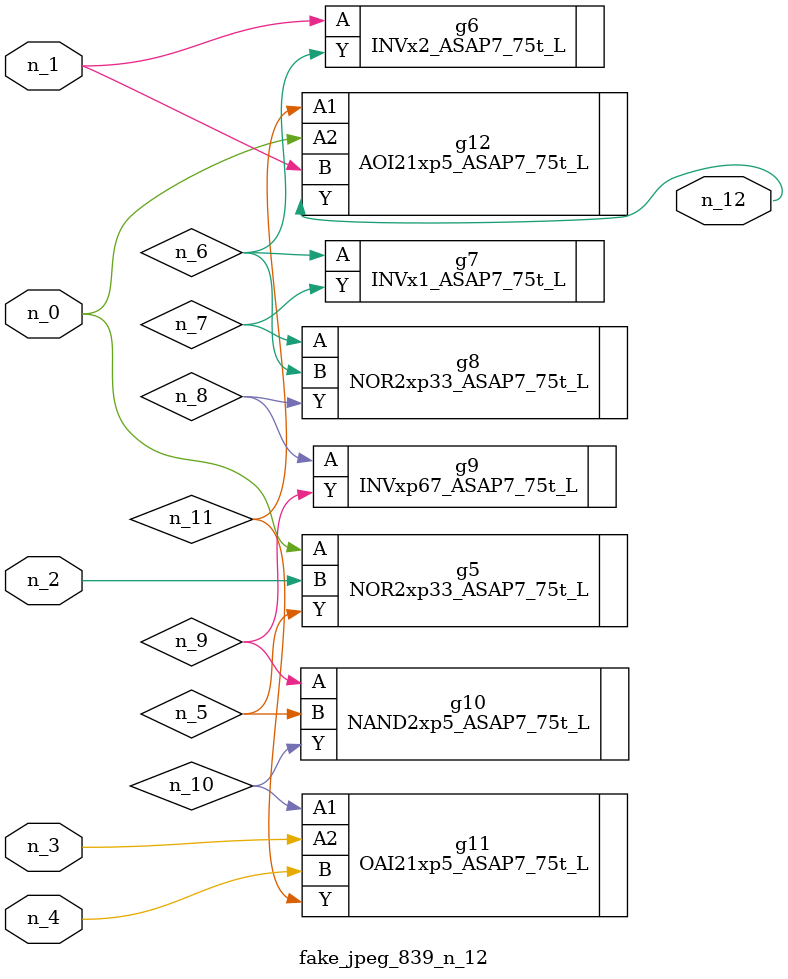
<source format=v>
module fake_jpeg_839_n_12 (n_3, n_2, n_1, n_0, n_4, n_12);

input n_3;
input n_2;
input n_1;
input n_0;
input n_4;

output n_12;

wire n_11;
wire n_10;
wire n_8;
wire n_9;
wire n_6;
wire n_5;
wire n_7;

NOR2xp33_ASAP7_75t_L g5 ( 
.A(n_0),
.B(n_2),
.Y(n_5)
);

INVx2_ASAP7_75t_L g6 ( 
.A(n_1),
.Y(n_6)
);

INVx1_ASAP7_75t_L g7 ( 
.A(n_6),
.Y(n_7)
);

NOR2xp33_ASAP7_75t_L g8 ( 
.A(n_7),
.B(n_6),
.Y(n_8)
);

INVxp67_ASAP7_75t_L g9 ( 
.A(n_8),
.Y(n_9)
);

NAND2xp5_ASAP7_75t_L g10 ( 
.A(n_9),
.B(n_5),
.Y(n_10)
);

OAI21xp5_ASAP7_75t_L g11 ( 
.A1(n_10),
.A2(n_3),
.B(n_4),
.Y(n_11)
);

AOI21xp5_ASAP7_75t_L g12 ( 
.A1(n_11),
.A2(n_0),
.B(n_1),
.Y(n_12)
);


endmodule
</source>
